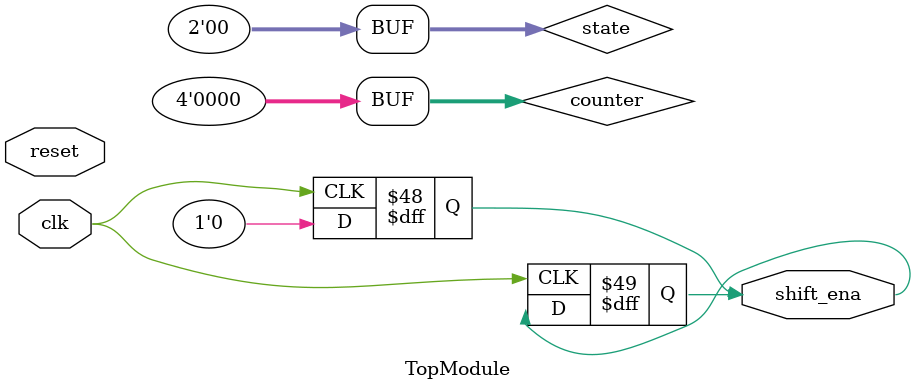
<source format=sv>

module TopModule(
    input clk,
    input reset,
    output shift_ena
);

    // Internal signals for state machine
    reg [1:0] state;
    reg [3:0] counter;

    // Initialize internal signals on reset
    always @(reset) begin
        state <= 2'b00; // Reset to initial state
        counter <= 4'd0; // Reset counter to 0
    end

    // State machine logic
    always @(posedge clk) begin
        if (reset) begin
            state <= 2'b00;
            counter <= 4'd0;
        end else if (state == 2'b01 && counter < 4'd3) begin
            state <= 2'b10; // Move to next state
            counter <= counter + 1;
        end else if (state == 2'b10 && counter == 4'd3) begin
            state <= 2'b00; // Reset state machine
            counter <= 4'd0;
            shift_ena <= 1'b1; // Enable shift register for 4 clock cycles
        end else if (state != 2'b01) begin
            state <= 2'b00; // Stay in reset state
            counter <= 4'd0;
        end
    end

    // Output logic
    always @(posedge clk) begin
        shift_ena <= !reset && (state == 2'b01 || state == 2'b10);
    end

endmodule

// VERILOG-EVAL: errant inclusion of module definition

</source>
